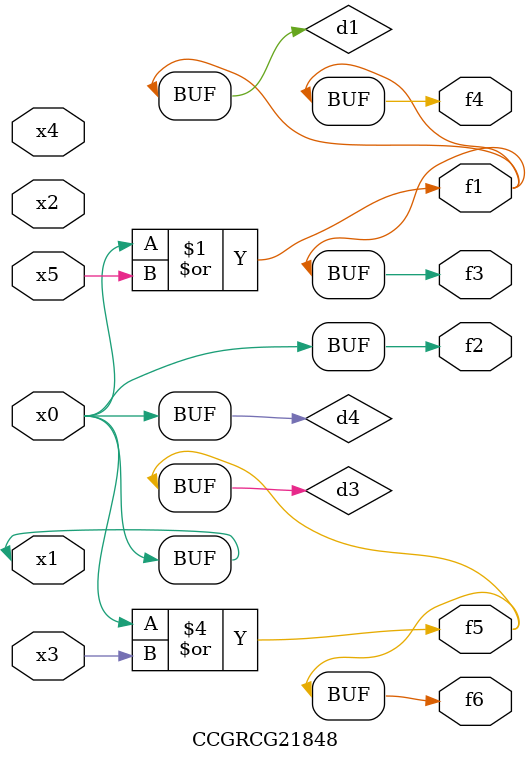
<source format=v>
module CCGRCG21848(
	input x0, x1, x2, x3, x4, x5,
	output f1, f2, f3, f4, f5, f6
);

	wire d1, d2, d3, d4;

	or (d1, x0, x5);
	xnor (d2, x1, x4);
	or (d3, x0, x3);
	buf (d4, x0, x1);
	assign f1 = d1;
	assign f2 = d4;
	assign f3 = d1;
	assign f4 = d1;
	assign f5 = d3;
	assign f6 = d3;
endmodule

</source>
